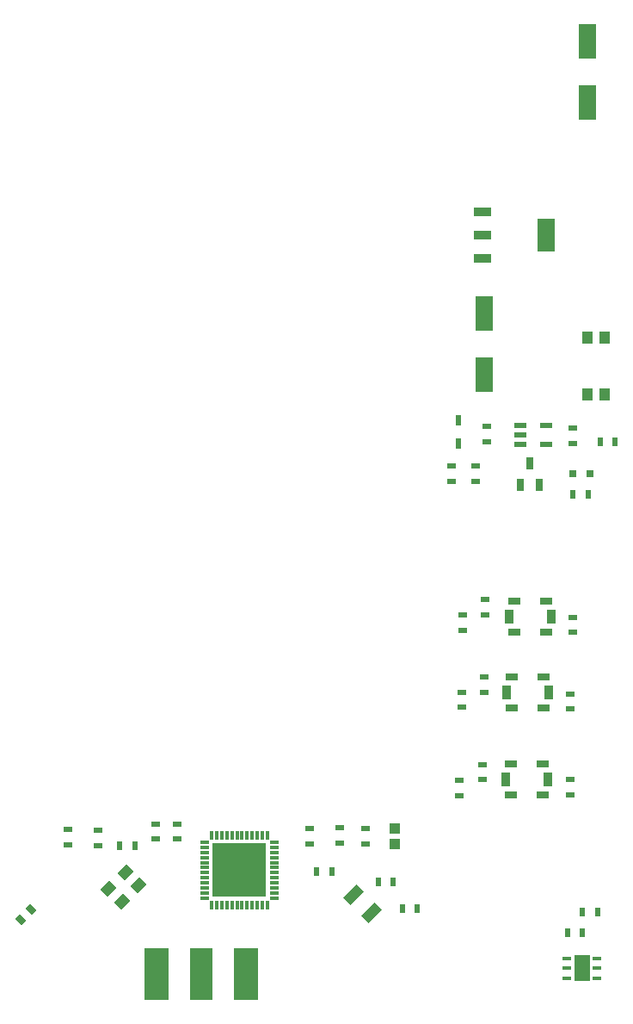
<source format=gtp>
G04*
G04 #@! TF.GenerationSoftware,Altium Limited,Altium Designer,19.1.7 (138)*
G04*
G04 Layer_Color=8421504*
%FSLAX25Y25*%
%MOIN*%
G70*
G01*
G75*
%ADD16R,0.09500X0.20000*%
%ADD17R,0.09000X0.20000*%
%ADD18R,0.02362X0.03543*%
%ADD19R,0.02559X0.04724*%
%ADD20R,0.03543X0.02362*%
%ADD21R,0.03150X0.03150*%
%ADD22R,0.03600X0.02400*%
%ADD23R,0.03543X0.01772*%
%ADD24R,0.06299X0.09843*%
%ADD25R,0.02400X0.03600*%
%ADD26R,0.04724X0.02362*%
G04:AMPARAMS|DCode=27|XSize=23.62mil|YSize=35.43mil|CornerRadius=0mil|HoleSize=0mil|Usage=FLASHONLY|Rotation=45.000|XOffset=0mil|YOffset=0mil|HoleType=Round|Shape=Rectangle|*
%AMROTATEDRECTD27*
4,1,4,0.00418,-0.02088,-0.02088,0.00418,-0.00418,0.02088,0.02088,-0.00418,0.00418,-0.02088,0.0*
%
%ADD27ROTATEDRECTD27*%

%ADD28R,0.03937X0.04724*%
%ADD29R,0.07087X0.13386*%
%ADD30R,0.04528X0.02953*%
%ADD31R,0.03740X0.05512*%
%ADD32R,0.03937X0.03937*%
G04:AMPARAMS|DCode=33|XSize=70.87mil|YSize=39.37mil|CornerRadius=0mil|HoleSize=0mil|Usage=FLASHONLY|Rotation=225.000|XOffset=0mil|YOffset=0mil|HoleType=Round|Shape=Rectangle|*
%AMROTATEDRECTD33*
4,1,4,0.01114,0.03897,0.03897,0.01114,-0.01114,-0.03897,-0.03897,-0.01114,0.01114,0.03897,0.0*
%
%ADD33ROTATEDRECTD33*%

%ADD34R,0.01968X0.04134*%
%ADD35R,0.01181X0.03347*%
%ADD36R,0.03347X0.01181*%
%ADD37R,0.20669X0.20669*%
G04:AMPARAMS|DCode=38|XSize=51.18mil|YSize=41.34mil|CornerRadius=0mil|HoleSize=0mil|Usage=FLASHONLY|Rotation=45.000|XOffset=0mil|YOffset=0mil|HoleType=Round|Shape=Rectangle|*
%AMROTATEDRECTD38*
4,1,4,-0.00348,-0.03271,-0.03271,-0.00348,0.00348,0.03271,0.03271,0.00348,-0.00348,-0.03271,0.0*
%
%ADD38ROTATEDRECTD38*%

%ADD39R,0.06890X0.03740*%
%ADD40R,0.06890X0.12598*%
D16*
X-62025Y-192104D02*
D03*
X-27525D02*
D03*
D17*
X-44775D02*
D03*
D18*
X109747Y13900D02*
D03*
X115653D02*
D03*
X105053Y-6400D02*
D03*
X99147D02*
D03*
X102953Y-176300D02*
D03*
X97047D02*
D03*
X102947Y-168200D02*
D03*
X108853D02*
D03*
X29653Y-156500D02*
D03*
X23747D02*
D03*
X5853Y-152500D02*
D03*
X-53D02*
D03*
X38953Y-166800D02*
D03*
X33047D02*
D03*
D19*
X78720Y-2734D02*
D03*
X86279D02*
D03*
X82500Y5534D02*
D03*
D20*
X52100Y4353D02*
D03*
Y-1553D02*
D03*
X61400D02*
D03*
Y4353D02*
D03*
X98100Y-116847D02*
D03*
Y-122753D02*
D03*
X56100Y-88953D02*
D03*
Y-83047D02*
D03*
X55300Y-123253D02*
D03*
Y-117347D02*
D03*
X56500Y-59153D02*
D03*
Y-53247D02*
D03*
X65300Y-47147D02*
D03*
Y-53053D02*
D03*
X-84700Y-136547D02*
D03*
Y-142453D02*
D03*
X-96400Y-136347D02*
D03*
Y-142253D02*
D03*
X-62600Y-134047D02*
D03*
Y-139953D02*
D03*
X98100Y-83747D02*
D03*
Y-89653D02*
D03*
X99100Y-54047D02*
D03*
Y-59953D02*
D03*
X65000Y-77147D02*
D03*
Y-83053D02*
D03*
X-2700Y-135847D02*
D03*
Y-141753D02*
D03*
X65800Y19753D02*
D03*
Y13847D02*
D03*
X64100Y-111047D02*
D03*
Y-116953D02*
D03*
X18700Y-135847D02*
D03*
Y-141753D02*
D03*
X8900Y-135594D02*
D03*
Y-141500D02*
D03*
X-54200Y-134047D02*
D03*
Y-139953D02*
D03*
D21*
X105800Y1300D02*
D03*
X99300D02*
D03*
D22*
X99100Y19100D02*
D03*
Y13100D02*
D03*
D23*
X96991Y-186063D02*
D03*
Y-190000D02*
D03*
Y-193937D02*
D03*
X108409D02*
D03*
Y-190000D02*
D03*
Y-186063D02*
D03*
D24*
X102700Y-190000D02*
D03*
D25*
X-70400Y-142400D02*
D03*
X-76400D02*
D03*
D26*
X78979Y20240D02*
D03*
Y16500D02*
D03*
Y12760D02*
D03*
X88821D02*
D03*
Y20240D02*
D03*
D27*
X-114888Y-171288D02*
D03*
X-110712Y-167112D02*
D03*
D28*
X104785Y54031D02*
D03*
X111478D02*
D03*
X104785Y31984D02*
D03*
X111478D02*
D03*
D29*
X104800Y168722D02*
D03*
Y145100D02*
D03*
X65000Y63511D02*
D03*
Y39889D02*
D03*
D30*
X75599Y-89304D02*
D03*
X88001D02*
D03*
Y-77296D02*
D03*
X75599D02*
D03*
X75099Y-122804D02*
D03*
X87501D02*
D03*
Y-110796D02*
D03*
X75099D02*
D03*
X76499Y-47796D02*
D03*
X88901D02*
D03*
Y-59804D02*
D03*
X76499D02*
D03*
D31*
X73631Y-83300D02*
D03*
X89969D02*
D03*
X73131Y-116800D02*
D03*
X89469D02*
D03*
X90869Y-53800D02*
D03*
X74531D02*
D03*
D32*
X30200Y-141753D02*
D03*
Y-135847D02*
D03*
D33*
X21080Y-168380D02*
D03*
X14120Y-161420D02*
D03*
D34*
X54900Y22180D02*
D03*
Y13220D02*
D03*
D35*
X-40827Y-165583D02*
D03*
X-38858D02*
D03*
X-36890D02*
D03*
X-34921D02*
D03*
X-32953D02*
D03*
X-30984D02*
D03*
X-29016D02*
D03*
X-27047D02*
D03*
X-25079D02*
D03*
X-23110D02*
D03*
X-21142D02*
D03*
X-19173D02*
D03*
Y-138417D02*
D03*
X-21142D02*
D03*
X-23110D02*
D03*
X-25079D02*
D03*
X-27047D02*
D03*
X-29016D02*
D03*
X-30984D02*
D03*
X-32953D02*
D03*
X-34921D02*
D03*
X-36890D02*
D03*
X-38858D02*
D03*
X-40827D02*
D03*
D36*
X-16417Y-162827D02*
D03*
Y-160858D02*
D03*
Y-158890D02*
D03*
Y-156921D02*
D03*
Y-154953D02*
D03*
Y-152984D02*
D03*
Y-151016D02*
D03*
Y-149047D02*
D03*
Y-147079D02*
D03*
Y-145110D02*
D03*
Y-143142D02*
D03*
Y-141173D02*
D03*
X-43583D02*
D03*
Y-143142D02*
D03*
Y-145110D02*
D03*
Y-147079D02*
D03*
Y-149047D02*
D03*
Y-151016D02*
D03*
Y-152984D02*
D03*
Y-154953D02*
D03*
Y-156921D02*
D03*
Y-158890D02*
D03*
Y-160858D02*
D03*
Y-162827D02*
D03*
D37*
X-30000Y-152000D02*
D03*
D38*
X-80677Y-159126D02*
D03*
X-74274Y-152724D02*
D03*
X-69124Y-157874D02*
D03*
X-75526Y-164277D02*
D03*
D39*
X64198Y102755D02*
D03*
Y93700D02*
D03*
Y84645D02*
D03*
D40*
X89002Y93700D02*
D03*
M02*

</source>
